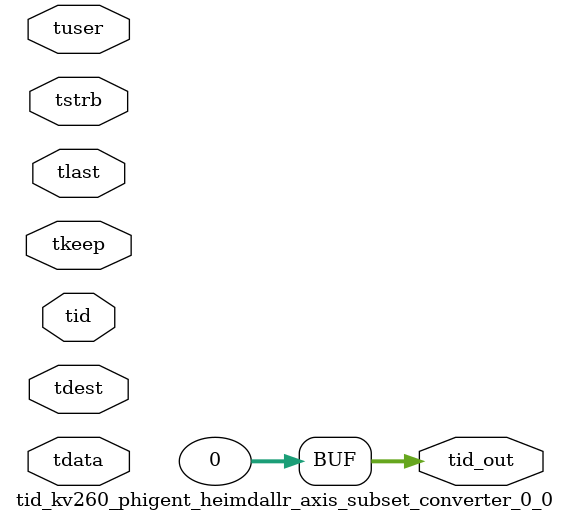
<source format=v>


`timescale 1ps/1ps

module tid_kv260_phigent_heimdallr_axis_subset_converter_0_0 #
(
parameter C_S_AXIS_TID_WIDTH   = 1,
parameter C_S_AXIS_TUSER_WIDTH = 0,
parameter C_S_AXIS_TDATA_WIDTH = 0,
parameter C_S_AXIS_TDEST_WIDTH = 0,
parameter C_M_AXIS_TID_WIDTH   = 32
)
(
input  [(C_S_AXIS_TID_WIDTH   == 0 ? 1 : C_S_AXIS_TID_WIDTH)-1:0       ] tid,
input  [(C_S_AXIS_TDATA_WIDTH == 0 ? 1 : C_S_AXIS_TDATA_WIDTH)-1:0     ] tdata,
input  [(C_S_AXIS_TUSER_WIDTH == 0 ? 1 : C_S_AXIS_TUSER_WIDTH)-1:0     ] tuser,
input  [(C_S_AXIS_TDEST_WIDTH == 0 ? 1 : C_S_AXIS_TDEST_WIDTH)-1:0     ] tdest,
input  [(C_S_AXIS_TDATA_WIDTH/8)-1:0 ] tkeep,
input  [(C_S_AXIS_TDATA_WIDTH/8)-1:0 ] tstrb,
input                                                                    tlast,
output [(C_M_AXIS_TID_WIDTH   == 0 ? 1 : C_M_AXIS_TID_WIDTH)-1:0       ] tid_out
);

assign tid_out = {1'b0};

endmodule


</source>
